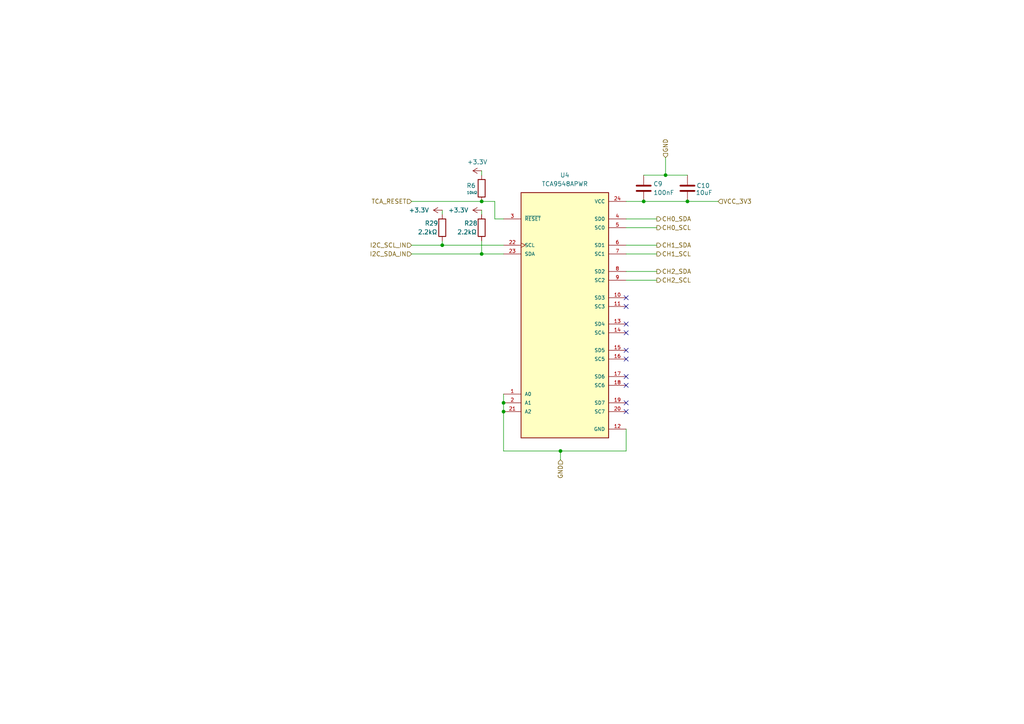
<source format=kicad_sch>
(kicad_sch (version 20250114) (generator "eeschema") (generator_version "9.0")
  (paper "A4")
  (title_block (title "Motion Play Main Board") (date "2025-09-07") (rev "5.0"))
  (lib_symbols
    (symbol "Device:C" (pin_numbers (hide yes)) (pin_names (offset 0.254))
      (property "Reference" "C" (at 0.635 2.54 0))
      (property "Value" "C" (at 0.635 -2.54 0))
      (symbol "C_0_1"
        (polyline (pts (xy -2.032 0.762) (xy 2.032 0.762)) (stroke (width 0.508)))
        (polyline (pts (xy -2.032 -0.762) (xy 2.032 -0.762)) (stroke (width 0.508)))
      )
      (symbol "C_1_1"
        (pin passive line (at 0 3.81 270) (length 2.794) (name "~") (number "1"))
        (pin passive line (at 0 -3.81 90) (length 2.794) (name "~") (number "2"))
      )
    )
    (symbol "Device:R" (pin_numbers (hide yes)) (pin_names (offset 0))
      (property "Reference" "R" (at 2.032 0 90))
      (property "Value" "R" (at 0 0 90))
      (symbol "R_0_1"
        (rectangle (start -1.016 -2.54) (end 1.016 2.54) (stroke (width 0.254)))
      )
      (symbol "R_1_1"
        (pin passive line (at 0 3.81 270) (length 1.27) (name "~") (number "1"))
        (pin passive line (at 0 -3.81 90) (length 1.27) (name "~") (number "2"))
      )
    )
    (symbol "motion-play-symbols:TCA9548APWR" (pin_names (offset 1.016))
      (property "Reference" "U" (at -12.7 36.56 0))
      (property "Value" "TCA9548APWR" (at -12.7 -38.29 0))
      (symbol "TCA9548APWR_0_0"
        (rectangle (start -12.7 -35.56) (end 12.7 35.56) (stroke (width 0.254)) (fill (type background)))
        (pin input line (at -17.78 27.94 0) (length 5.08) (name "~{RESET}") (number "3"))
        (pin input clock (at -17.78 20.32 0) (length 5.08) (name "SCL") (number "22"))
        (pin bidirectional line (at -17.78 17.78 0) (length 5.08) (name "SDA") (number "23"))
        (pin input line (at -17.78 -22.86 0) (length 5.08) (name "A0") (number "1"))
        (pin input line (at -17.78 -25.4 0) (length 5.08) (name "A1") (number "2"))
        (pin input line (at -17.78 -27.94 0) (length 5.08) (name "A2") (number "21"))
        (pin power_in line (at 17.78 33.02 180) (length 5.08) (name "VCC") (number "24"))
        (pin bidirectional line (at 17.78 27.94 180) (length 5.08) (name "SD0") (number "4"))
        (pin bidirectional line (at 17.78 25.4 180) (length 5.08) (name "SC0") (number "5"))
        (pin bidirectional line (at 17.78 20.32 180) (length 5.08) (name "SD1") (number "6"))
        (pin bidirectional line (at 17.78 17.78 180) (length 5.08) (name "SC1") (number "7"))
        (pin bidirectional line (at 17.78 12.7 180) (length 5.08) (name "SD2") (number "8"))
        (pin bidirectional line (at 17.78 10.16 180) (length 5.08) (name "SC2") (number "9"))
        (pin bidirectional line (at 17.78 5.08 180) (length 5.08) (name "SD3") (number "10"))
        (pin bidirectional line (at 17.78 2.54 180) (length 5.08) (name "SC3") (number "11"))
        (pin bidirectional line (at 17.78 -2.54 180) (length 5.08) (name "SD4") (number "13"))
        (pin bidirectional line (at 17.78 -5.08 180) (length 5.08) (name "SC4") (number "14"))
        (pin bidirectional line (at 17.78 -10.16 180) (length 5.08) (name "SD5") (number "15"))
        (pin bidirectional line (at 17.78 -12.7 180) (length 5.08) (name "SC5") (number "16"))
        (pin bidirectional line (at 17.78 -17.78 180) (length 5.08) (name "SD6") (number "17"))
        (pin bidirectional line (at 17.78 -20.32 180) (length 5.08) (name "SC6") (number "18"))
        (pin bidirectional line (at 17.78 -25.4 180) (length 5.08) (name "SD7") (number "19"))
        (pin bidirectional line (at 17.78 -27.94 180) (length 5.08) (name "SC7") (number "20"))
        (pin power_in line (at 17.78 -33.02 180) (length 5.08) (name "GND") (number "12"))
      )
    )
    (symbol "power:+3.3V" (power) (pin_numbers (hide yes)) (pin_names (offset 0) (hide yes))
      (property "Value" "+3.3V" (at 0 3.556 0))
      (symbol "+3.3V_0_1"
        (polyline (pts (xy -0.762 1.27) (xy 0 2.54)))
        (polyline (pts (xy 0 2.54) (xy 0.762 1.27)))
        (polyline (pts (xy 0 0) (xy 0 2.54)))
      )
      (symbol "+3.3V_1_1"
        (pin power_in line (at 0 0 90) (length 0) (name "~") (number "1"))
      )
    )
  )
  (junction (at 128.27 71.12))
  (junction (at 146.05 119.38))
  (junction (at 186.69 58.42))
  (junction (at 162.56 130.81))
  (junction (at 146.05 116.84))
  (junction (at 139.7 73.66))
  (junction (at 139.7 58.42))
  (junction (at 193.04 50.8))
  (junction (at 199.39 58.42))
  (no_connect (at 181.61 116.84))
  (no_connect (at 181.61 86.36))
  (no_connect (at 181.61 101.6))
  (no_connect (at 181.61 119.38))
  (no_connect (at 181.61 111.76))
  (no_connect (at 181.61 104.14))
  (no_connect (at 181.61 93.98))
  (no_connect (at 181.61 88.9))
  (no_connect (at 181.61 109.22))
  (no_connect (at 181.61 96.52))
  (wire (pts (xy 146.05 116.84) (xy 146.05 119.38)))
  (wire (pts (xy 139.7 60.96) (xy 139.7 62.23)))
  (wire (pts (xy 139.7 58.42) (xy 143.51 58.42)))
  (wire (pts (xy 181.61 63.5) (xy 190.5 63.5)))
  (wire (pts (xy 193.04 45.72) (xy 193.04 50.8)))
  (wire (pts (xy 143.51 58.42) (xy 143.51 63.5)))
  (wire (pts (xy 181.61 58.42) (xy 186.69 58.42)))
  (wire (pts (xy 128.27 71.12) (xy 146.05 71.12)))
  (wire (pts (xy 128.27 60.96) (xy 128.27 62.23)))
  (wire (pts (xy 139.7 69.85) (xy 139.7 73.66)))
  (wire (pts (xy 119.38 58.42) (xy 139.7 58.42)))
  (wire (pts (xy 139.7 73.66) (xy 146.05 73.66)))
  (wire (pts (xy 181.61 81.28) (xy 190.5 81.28)))
  (wire (pts (xy 181.61 78.74) (xy 190.5 78.74)))
  (wire (pts (xy 181.61 66.04) (xy 190.5 66.04)))
  (wire (pts (xy 186.69 50.8) (xy 193.04 50.8)))
  (wire (pts (xy 146.05 114.3) (xy 146.05 116.84)))
  (wire (pts (xy 162.56 130.81) (xy 181.61 130.81)))
  (wire (pts (xy 181.61 73.66) (xy 190.5 73.66)))
  (wire (pts (xy 139.7 49.53) (xy 139.7 50.8)))
  (wire (pts (xy 193.04 50.8) (xy 199.39 50.8)))
  (wire (pts (xy 199.39 58.42) (xy 208.28 58.42)))
  (wire (pts (xy 128.27 69.85) (xy 128.27 71.12)))
  (wire (pts (xy 119.38 73.66) (xy 139.7 73.66)))
  (wire (pts (xy 119.38 71.12) (xy 128.27 71.12)))
  (wire (pts (xy 181.61 71.12) (xy 190.5 71.12)))
  (wire (pts (xy 146.05 130.81) (xy 146.05 119.38)))
  (wire (pts (xy 143.51 63.5) (xy 146.05 63.5)))
  (wire (pts (xy 181.61 124.46) (xy 181.61 130.81)))
  (wire (pts (xy 146.05 130.81) (xy 162.56 130.81)))
  (wire (pts (xy 186.69 58.42) (xy 199.39 58.42)))
  (wire (pts (xy 162.56 133.35) (xy 162.56 130.81)))
  (hierarchical_label "TCA_RESET" (shape input) (at 119.38 58.42 180))
  (hierarchical_label "CH1_SCL" (shape output) (at 190.5 73.66 0))
  (hierarchical_label "I2C_SCL_IN" (shape input) (at 119.38 71.12 180))
  (hierarchical_label "CH2_SCL" (shape output) (at 190.5 81.28 0))
  (hierarchical_label "GND" (shape input) (at 193.04 45.72 90))
  (hierarchical_label "CH0_SDA" (shape output) (at 190.5 63.5 0))
  (hierarchical_label "CH0_SCL" (shape output) (at 190.5 66.04 0))
  (hierarchical_label "I2C_SDA_IN" (shape input) (at 119.38 73.66 180))
  (hierarchical_label "GND" (shape input) (at 162.56 133.35 270))
  (hierarchical_label "VCC_3V3" (shape input) (at 208.28 58.42 0))
  (hierarchical_label "CH1_SDA" (shape output) (at 190.5 71.12 0))
  (hierarchical_label "CH2_SDA" (shape output) (at 190.5 78.74 0))
  (symbol (lib_id "Device:R") (at 128.27 66.04 180) (unit 1)
    (property "Reference" "R29" (at 123.19 64.77 0) (effects (justify right)))
    (property "Value" "2.2kΩ" (at 121.158 67.31 0) (effects (justify right)))
    (property "Footprint" "Resistor_SMD:R_0603_1608Metric" (effects (hide yes)))
    (property "Description" "Pull-up resistor 2.2kΩ" (effects (hide yes)))
    (property "LCSC Part No" "C114662" (effects (hide yes)))
    (property "LCSC Part" "C114662" (effects (hide yes)))
  )
  (symbol (lib_id "Device:R") (at 139.7 54.61 180) (unit 1)
    (property "Reference" "R6" (at 136.652 53.848 0))
    (property "Value" "10kΩ" (at 136.906 55.88 0) (effects (font (size 0.762 0.762))))
    (property "Footprint" "Resistor_SMD:R_0603_1608Metric" (effects (hide yes)))
    (property "Description" "Resistor" (effects (hide yes)))
    (property "LCSC Part" "C25804" (effects (hide yes)))
  )
  (symbol (lib_id "Device:R") (at 139.7 66.04 180) (unit 1)
    (property "Reference" "R28" (at 134.62 64.77 0) (effects (justify right)))
    (property "Value" "2.2kΩ" (at 132.588 67.31 0) (effects (justify right)))
    (property "Footprint" "Resistor_SMD:R_0603_1608Metric" (effects (hide yes)))
    (property "Description" "Pull-up resistor 2.2kΩ" (effects (hide yes)))
    (property "LCSC Part No" "C114662" (effects (hide yes)))
    (property "LCSC Part" "C114662" (effects (hide yes)))
  )
  (symbol (lib_id "power:+3.3V") (at 139.7 49.53 90) (unit 1)
    (property "Reference" "#PWR014" (effects (hide yes)))
    (property "Value" "+3.3V" (at 138.43 46.99 90))
    (property "Description" "Power symbol creates a global label with name \"+3.3V\"" (effects (hide yes)))
  )
  (symbol (lib_id "power:+3.3V") (at 128.27 60.96 90) (unit 1)
    (property "Reference" "#PWR029" (effects (hide yes)))
    (property "Value" "+3.3V" (at 124.46 60.9599 90) (effects (justify left)))
    (property "Description" "Power symbol creates a global label with name \"+3.3V\"" (effects (hide yes)))
  )
  (symbol (lib_id "Device:C") (at 199.39 54.61 0) (unit 1)
    (property "Reference" "C10" (at 203.962 53.848 0))
    (property "Value" "10uF" (at 204.216 55.88 0))
    (property "Footprint" "Capacitor_SMD:C_0603_1608Metric" (effects (hide yes)))
    (property "Description" "10uF capacitor" (effects (hide yes)))
    (property "LCSC Part No" "C19702" (effects (hide yes)))
    (property "LCSC Part" "C19702" (effects (hide yes)))
  )
  (symbol (lib_id "power:+3.3V") (at 139.7 60.96 90) (unit 1)
    (property "Reference" "#PWR030" (effects (hide yes)))
    (property "Value" "+3.3V" (at 135.89 60.9599 90) (effects (justify left)))
    (property "Description" "Power symbol creates a global label with name \"+3.3V\"" (effects (hide yes)))
  )
  (symbol (lib_id "motion-play-symbols:TCA9548APWR") (at 163.83 91.44 0) (unit 1)
    (property "Reference" "U4" (at 163.83 50.8 0))
    (property "Value" "TCA9548APWR" (at 163.83 53.34 0))
    (property "Footprint" "motion-play-footprints:SOP65P640X120-24N" (effects (hide yes)))
    (property "MF" "Texas Instruments" (effects (hide yes)))
    (property "MAXIMUM_PACKAGE_HEIGHT" "1.2 mm" (effects (hide yes)))
    (property "Package" "TSSOP-24 Texas Instruments" (effects (hide yes)))
    (property "Price" "None" (effects (hide yes)))
    (property "Check_prices" "https://www.snapeda.com/parts/TCA9548APWR/Texas+Instruments/view-part/?ref=eda" (effects (hide yes)))
    (property "STANDARD" "IPC-7351B" (effects (hide yes)))
    (property "PARTREV" "G" (effects (hide yes)))
    (property "SnapEDA_Link" "https://www.snapeda.com/parts/TCA9548APWR/Texas+Instruments/view-part/?ref=snap" (effects (hide yes)))
    (property "MP" "TCA9548APWR" (effects (hide yes)))
    (property "Description_1" "8-channel 1.65- to 5.5-V I2C/SMBus switch with reset & voltage translation" (effects (hide yes)))
    (property "Availability" "In Stock" (effects (hide yes)))
    (property "MANUFACTURER" "Texas Instruments" (effects (hide yes)))
    (property "LCSC Part" "C130026" (effects (hide yes)))
    (property "DigiKey_Part_Number" "296-34905-1-ND" (effects (hide yes)))
  )
  (symbol (lib_id "Device:C") (at 186.69 54.61 0) (unit 1)
    (property "Reference" "C9" (at 189.484 53.34 0) (effects (justify left)))
    (property "Value" "100nF" (at 189.484 55.88 0) (effects (justify left)))
    (property "Footprint" "Capacitor_SMD:C_0603_1608Metric" (effects (hide yes)))
    (property "Description" "Unpolarized capacitor" (effects (hide yes)))
    (property "LCSC Part No" "C14663" (effects (hide yes)))
    (property "LCSC Part" "C14663" (effects (hide yes)))
  )
)
</source>
